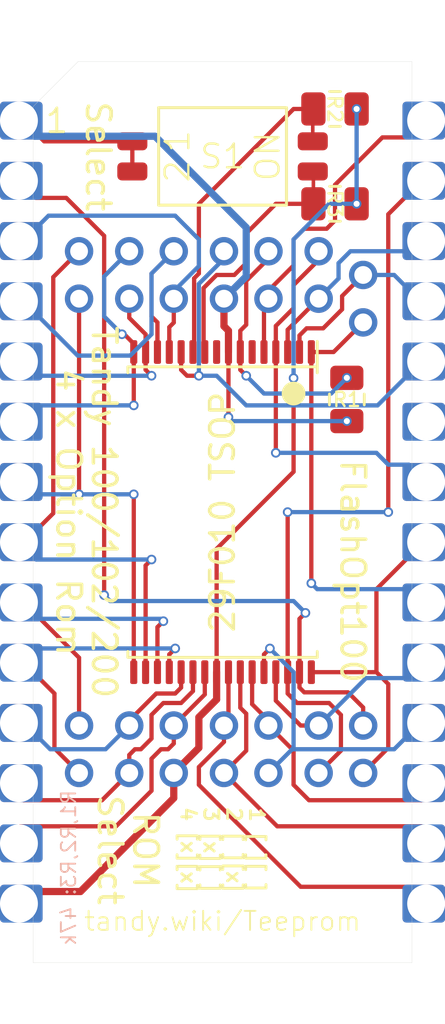
<source format=kicad_pcb>
(kicad_pcb (version 20171130) (host pcbnew 5.1.7-a382d34a8~87~ubuntu20.04.1)

  (general
    (thickness 1.6)
    (drawings 15)
    (tracks 317)
    (zones 0)
    (modules 8)
    (nets 31)
  )

  (page A4)
  (layers
    (0 Top signal)
    (31 Bottom signal)
    (32 B.Adhes user hide)
    (33 F.Adhes user hide)
    (34 B.Paste user hide)
    (35 F.Paste user hide)
    (36 B.SilkS user)
    (37 F.SilkS user)
    (38 B.Mask user)
    (39 F.Mask user)
    (40 Dwgs.User user)
    (41 Cmts.User user hide)
    (42 Eco1.User user hide)
    (43 Eco2.User user hide)
    (44 Edge.Cuts user)
    (45 Margin user hide)
    (46 B.CrtYd user hide)
    (47 F.CrtYd user hide)
    (48 B.Fab user hide)
    (49 F.Fab user hide)
  )

  (setup
    (last_trace_width 0.1524)
    (user_trace_width 0.18)
    (user_trace_width 0.2032)
    (user_trace_width 0.3048)
    (trace_clearance 0.1524)
    (zone_clearance 0.1524)
    (zone_45_only no)
    (trace_min 0.1524)
    (via_size 0.4064)
    (via_drill 0.254)
    (via_min_size 0.4064)
    (via_min_drill 0.254)
    (uvia_size 0.4064)
    (uvia_drill 0.254)
    (uvias_allowed no)
    (uvia_min_size 0.4064)
    (uvia_min_drill 0.254)
    (edge_width 0.01)
    (segment_width 0.2032)
    (pcb_text_width 0.254)
    (pcb_text_size 1.2192 1.2192)
    (mod_edge_width 0.1)
    (mod_text_size 0.4572 0.4572)
    (mod_text_width 0.0254)
    (pad_size 1.2 1.2)
    (pad_drill 0.75)
    (pad_to_mask_clearance 0)
    (aux_axis_origin 0 0)
    (grid_origin 147.2184 99.187)
    (visible_elements FFFFFF7F)
    (pcbplotparams
      (layerselection 0x010f0_ffffffff)
      (usegerberextensions false)
      (usegerberattributes false)
      (usegerberadvancedattributes false)
      (creategerberjobfile true)
      (excludeedgelayer true)
      (linewidth 0.100000)
      (plotframeref false)
      (viasonmask false)
      (mode 1)
      (useauxorigin false)
      (hpglpennumber 1)
      (hpglpenspeed 20)
      (hpglpendiameter 15.000000)
      (psnegative false)
      (psa4output false)
      (plotreference true)
      (plotvalue true)
      (plotinvisibletext false)
      (padsonsilk false)
      (subtractmaskfromsilk false)
      (outputformat 1)
      (mirror false)
      (drillshape 0)
      (scaleselection 1)
      (outputdirectory "Teeprom_GERBER"))
  )

  (net 0 "")
  (net 1 /D3)
  (net 2 /A10)
  (net 3 /D4)
  (net 4 /A7)
  (net 5 /D5)
  (net 6 /A6)
  (net 7 /D6)
  (net 8 /A5)
  (net 9 /D7)
  (net 10 /A4)
  (net 11 /A11)
  (net 12 /A3)
  (net 13 /~OE)
  (net 14 /A2)
  (net 15 /A13)
  (net 16 /A1)
  (net 17 /A0)
  (net 18 /A12)
  (net 19 /D0)
  (net 20 /A9)
  (net 21 /D1)
  (net 22 /A8)
  (net 23 /D2)
  (net 24 /~CE)
  (net 25 /A14)
  (net 26 /~WE)
  (net 27 VCC)
  (net 28 GND)
  (net 29 /A15)
  (net 30 /A16)

  (net_class Default "This is the default net class."
    (clearance 0.1524)
    (trace_width 0.1524)
    (via_dia 0.4064)
    (via_drill 0.254)
    (uvia_dia 0.4064)
    (uvia_drill 0.254)
    (diff_pair_width 0.1524)
    (diff_pair_gap 0.1524)
    (add_net /A0)
    (add_net /A1)
    (add_net /A10)
    (add_net /A11)
    (add_net /A12)
    (add_net /A13)
    (add_net /A14)
    (add_net /A15)
    (add_net /A16)
    (add_net /A2)
    (add_net /A3)
    (add_net /A4)
    (add_net /A5)
    (add_net /A6)
    (add_net /A7)
    (add_net /A8)
    (add_net /A9)
    (add_net /D0)
    (add_net /D1)
    (add_net /D2)
    (add_net /D3)
    (add_net /D4)
    (add_net /D5)
    (add_net /D6)
    (add_net /D7)
    (add_net /~CE)
    (add_net /~OE)
    (add_net /~WE)
    (add_net GND)
    (add_net VCC)
  )

  (module 000_LOCAL:SW_DS05-127-2-02BK-SMT-TR (layer Top) (tedit 5FA904DD) (tstamp 5F9307AB)
    (at 147.2184 84.187)
    (path /5F9E7F6D)
    (attr smd)
    (fp_text reference S1 (at 0 0) (layer F.SilkS)
      (effects (font (size 1 1) (thickness 0.1)))
    )
    (fp_text value 2xSPST (at 12.175 3.065) (layer F.Fab)
      (effects (font (size 1 1) (thickness 0.015)))
    )
    (fp_line (start -2.7 -2.055) (end 2.7 -2.055) (layer F.Fab) (width 0.127))
    (fp_line (start 2.7 -2.055) (end 2.7 2.055) (layer F.Fab) (width 0.127))
    (fp_line (start 2.7 2.055) (end -2.7 2.055) (layer F.Fab) (width 0.127))
    (fp_line (start -2.7 2.055) (end -2.7 -2.055) (layer F.Fab) (width 0.127))
    (fp_line (start -2.7 -2.055) (end 2.7 -2.055) (layer F.SilkS) (width 0.127))
    (fp_line (start 2.7 -2.055) (end 2.7 2.055) (layer F.SilkS) (width 0.127))
    (fp_line (start 2.7 2.055) (end -2.7 2.055) (layer F.SilkS) (width 0.127))
    (fp_line (start -2.7 2.055) (end -2.7 -2.055) (layer F.SilkS) (width 0.127))
    (fp_line (start -4.695 -2.305) (end -4.695 2.305) (layer F.CrtYd) (width 0.05))
    (fp_line (start -4.695 2.305) (end 4.695 2.305) (layer F.CrtYd) (width 0.05))
    (fp_line (start 4.695 2.305) (end 4.695 -2.305) (layer F.CrtYd) (width 0.05))
    (fp_line (start 4.695 -2.305) (end -4.695 -2.305) (layer F.CrtYd) (width 0.05))
    (fp_circle (center -2.1 -0.75) (end -2 -0.75) (layer F.Fab) (width 0.2))
    (fp_text user 2 (at -1.905 0.635 -90) (layer F.SilkS)
      (effects (font (size 1 1) (thickness 0.1)))
    )
    (fp_text user 1 (at -1.905 -0.635 -90) (layer F.SilkS)
      (effects (font (size 1 1) (thickness 0.1)))
    )
    (fp_text user ON (at 1.905 0 -90) (layer F.SilkS)
      (effects (font (size 1 1) (thickness 0.1)))
    )
    (pad 1B smd roundrect (at 3.81 -0.635) (size 1.27 0.76) (layers Top F.Paste F.Mask) (roundrect_rratio 0.25)
      (net 29 /A15))
    (pad 2B smd roundrect (at 3.81 0.635) (size 1.27 0.76) (layers Top F.Paste F.Mask) (roundrect_rratio 0.25)
      (net 30 /A16))
    (pad 2A smd roundrect (at -3.81 0.635) (size 1.27 0.76) (layers Top F.Paste F.Mask) (roundrect_rratio 0.25)
      (net 27 VCC))
    (pad 1A smd roundrect (at -3.81 -0.635) (size 1.27 0.76) (layers Top F.Paste F.Mask) (roundrect_rratio 0.25)
      (net 27 VCC))
    (model ${KIPRJMOD}/000_LOCAL.pretty/3d/CUI_DEVICES_DS05-127-2-02BK-SMT-TR.step
      (offset (xyz 9.66 1.1024 -1.5011))
      (scale (xyz 1 1 1))
      (rotate (xyz -90 0 180))
    )
  )

  (module 000_LOCAL:FlashOpt100_PRG_4x7_female_offset (layer Top) (tedit 5FA8E5A5) (tstamp 5F96E758)
    (at 147.2184 99.187 270)
    (descr "Through hole straight pin header, 2x07, 2.00mm pitch, double rows")
    (tags "Through hole pin header THT 2x07 2.00mm double row")
    (path /5FAC773B)
    (fp_text reference J2 (at 0 6.06 270 unlocked) (layer F.SilkS) hide
      (effects (font (size 1 1) (thickness 0.15)))
    )
    (fp_text value FlashOpt100_PRG_4x7 (at 0 8 90) (layer F.Fab)
      (effects (font (size 1 1) (thickness 0.15)))
    )
    (fp_text user %R (at 0 6.06 90) (layer F.Fab)
      (effects (font (size 1 1) (thickness 0.15)))
    )
    (pad 21 thru_hole circle (at 9 -0.06 270) (size 1.2 1.2) (drill 0.75) (layers *.Cu *.Mask)
      (net 1 /D3))
    (pad 28 thru_hole circle (at 11 -5.94 270) (size 1.2 1.2) (drill 0.75) (layers *.Cu *.Mask)
      (net 13 /~OE))
    (pad 25 thru_hole circle (at 9 -4.06 270) (size 1.2 1.2) (drill 0.75) (layers *.Cu *.Mask)
      (net 9 /D7))
    (pad 26 thru_hole circle (at 11 -4.06 270) (size 1.2 1.2) (drill 0.75) (layers *.Cu *.Mask)
      (net 24 /~CE))
    (pad 23 thru_hole circle (at 9 -1.94 270) (size 1.2 1.2) (drill 0.75) (layers *.Cu *.Mask)
      (net 5 /D5))
    (pad 24 thru_hole circle (at 11 -1.94 270) (size 1.2 1.2) (drill 0.75) (layers *.Cu *.Mask)
      (net 7 /D6))
    (pad 15 thru_hole circle (at 9 6.06 270) (size 1.2 1.2) (drill 0.75) (layers *.Cu *.Mask)
      (net 16 /A1))
    (pad 22 thru_hole circle (at 11 -0.06 270) (size 1.2 1.2) (drill 0.75) (layers *.Cu *.Mask)
      (net 3 /D4))
    (pad 16 thru_hole circle (at 11 6.06 270) (size 1.2 1.2) (drill 0.75) (layers *.Cu *.Mask)
      (net 17 /A0))
    (pad 27 thru_hole circle (at 9 -5.94 270) (size 1.2 1.2) (drill 0.75) (layers *.Cu *.Mask)
      (net 2 /A10))
    (pad 19 thru_hole circle (at 9 2.06 270) (size 1.2 1.2) (drill 0.75) (layers *.Cu *.Mask)
      (net 23 /D2))
    (pad 20 thru_hole circle (at 11 2.06 270) (size 1.2 1.2) (drill 0.75) (layers *.Cu *.Mask)
      (net 28 GND))
    (pad 17 thru_hole circle (at 9 3.94 270) (size 1.2 1.2) (drill 0.75) (layers *.Cu *.Mask)
      (net 19 /D0))
    (pad 18 thru_hole circle (at 11 3.94 270) (size 1.2 1.2) (drill 0.75) (layers *.Cu *.Mask)
      (net 21 /D1))
    (pad 13 thru_hole circle (at -9 6.06 270) (size 1.2 1.2) (drill 0.75) (layers *.Cu *.Mask)
      (net 12 /A3))
    (pad 14 thru_hole circle (at -11 6.06 270) (size 1.2 1.2) (drill 0.75) (layers *.Cu *.Mask)
      (net 14 /A2))
    (pad 11 thru_hole circle (at -9 3.94 270) (size 1.2 1.2) (drill 0.75) (layers *.Cu *.Mask)
      (net 8 /A5))
    (pad 12 thru_hole circle (at -11 3.94 270) (size 1.2 1.2) (drill 0.75) (layers *.Cu *.Mask)
      (net 10 /A4))
    (pad 9 thru_hole circle (at -9 2.06 270) (size 1.2 1.2) (drill 0.75) (layers *.Cu *.Mask)
      (net 4 /A7))
    (pad 10 thru_hole circle (at -11 2.06 270) (size 1.2 1.2) (drill 0.75) (layers *.Cu *.Mask)
      (net 6 /A6))
    (pad 7 thru_hole circle (at -9 -0.06 270) (size 1.2 1.2) (drill 0.75) (layers *.Cu *.Mask)
      (net 27 VCC))
    (pad 8 thru_hole circle (at -11 -0.06 270) (size 1.2 1.2) (drill 0.75) (layers *.Cu *.Mask)
      (net 18 /A12))
    (pad 5 thru_hole circle (at -9 -1.94 270) (size 1.2 1.2) (drill 0.75) (layers *.Cu *.Mask)
      (net 25 /A14))
    (pad 6 thru_hole circle (at -11 -1.94 270) (size 1.2 1.2) (drill 0.75) (layers *.Cu *.Mask)
      (net 26 /~WE))
    (pad 3 thru_hole circle (at -9 -4.06 270) (size 1.2 1.2) (drill 0.75) (layers *.Cu *.Mask)
      (net 22 /A8))
    (pad 4 thru_hole circle (at -11 -4.06 270) (size 1.2 1.2) (drill 0.75) (layers *.Cu *.Mask)
      (net 15 /A13))
    (pad 1 thru_hole circle (at -8 -5.94 270) (size 1.2 1.2) (drill 0.75) (layers *.Cu *.Mask)
      (net 11 /A11))
    (pad 2 thru_hole circle (at -10 -5.94 270) (size 1.2 1.2) (drill 0.75) (layers *.Cu *.Mask)
      (net 20 /A9))
    (model ${KIPRJMOD}/000_LOCAL.pretty/3d/PinHeader_2x07_P2.00mm_Vertical.step
      (offset (xyz 9 6 0))
      (scale (xyz 1 1 1))
      (rotate (xyz 0 0 0))
    )
    (model ${KIPRJMOD}/000_LOCAL.pretty/3d/PinHeader_2x06_P2.00mm_Vertical.step
      (offset (xyz -11 4 0))
      (scale (xyz 1 1 1))
      (rotate (xyz 0 0 0))
    )
    (model ${KIPRJMOD}/000_LOCAL.pretty/3d/PinHeader_2x01_P2.00mm_Vertical.step
      (offset (xyz -10 6 0))
      (scale (xyz 1 1 1))
      (rotate (xyz 0 0 0))
    )
  )

  (module 000_LOCAL:TSOP32-14mm (layer Top) (tedit 5F926D8B) (tstamp 5FAAC888)
    (at 147.2184 99.187 180)
    (descr "Module CMS TSOP 32 pins")
    (tags "CMS TSOP")
    (path /5D231C6F)
    (attr smd)
    (fp_text reference U1 (at -2.2352 0 270) (layer F.SilkS) hide
      (effects (font (size 1 1) (thickness 0.15)))
    )
    (fp_text value "29F010 TSOP" (at 0 0 -90) (layer F.SilkS)
      (effects (font (size 1 1) (thickness 0.15)))
    )
    (fp_circle (center -3 5) (end -2.75 5) (layer F.SilkS) (width 0.5))
    (fp_line (start -4 6.125) (end 4 6.125) (layer F.SilkS) (width 0.12))
    (fp_line (start 4 -6.125) (end -4 -6.125) (layer F.SilkS) (width 0.12))
    (fp_line (start -4 7.2) (end -4 5.875) (layer F.SilkS) (width 0.12))
    (fp_line (start 4 6.125) (end 4 5.875) (layer F.SilkS) (width 0.12))
    (fp_line (start -4 -6.125) (end -4 -5.875) (layer F.SilkS) (width 0.12))
    (fp_line (start 4 -6.125) (end 4 -5.875) (layer F.SilkS) (width 0.12))
    (pad 1 smd roundrect (at -3.75 6.75 180) (size 0.3 1) (layers Top F.Paste F.Mask) (roundrect_rratio 0.25)
      (net 11 /A11))
    (pad 2 smd roundrect (at -3.25 6.75 180) (size 0.3 1) (layers Top F.Paste F.Mask) (roundrect_rratio 0.25)
      (net 20 /A9))
    (pad 3 smd roundrect (at -2.75 6.75 180) (size 0.3 1) (layers Top F.Paste F.Mask) (roundrect_rratio 0.25)
      (net 22 /A8))
    (pad 4 smd roundrect (at -2.25 6.75 180) (size 0.3 1) (layers Top F.Paste F.Mask) (roundrect_rratio 0.25)
      (net 15 /A13))
    (pad 5 smd roundrect (at -1.75 6.75 180) (size 0.3 1) (layers Top F.Paste F.Mask) (roundrect_rratio 0.25)
      (net 25 /A14))
    (pad 6 smd roundrect (at -1.25 6.75 180) (size 0.3 1) (layers Top F.Paste F.Mask) (roundrect_rratio 0.25))
    (pad 7 smd roundrect (at -0.75 6.75 180) (size 0.3 1) (layers Top F.Paste F.Mask) (roundrect_rratio 0.25)
      (net 26 /~WE))
    (pad 8 smd roundrect (at -0.25 6.75 180) (size 0.3 1) (layers Top F.Paste F.Mask) (roundrect_rratio 0.25)
      (net 27 VCC))
    (pad 9 smd roundrect (at 0.25 6.75 180) (size 0.3 1) (layers Top F.Paste F.Mask) (roundrect_rratio 0.25))
    (pad 10 smd roundrect (at 0.75 6.75 180) (size 0.3 1) (layers Top F.Paste F.Mask) (roundrect_rratio 0.25)
      (net 30 /A16))
    (pad 11 smd roundrect (at 1.25 6.75 180) (size 0.3 1) (layers Top F.Paste F.Mask) (roundrect_rratio 0.25)
      (net 29 /A15))
    (pad 12 smd roundrect (at 1.75 6.75 180) (size 0.3 1) (layers Top F.Paste F.Mask) (roundrect_rratio 0.25)
      (net 18 /A12))
    (pad 13 smd roundrect (at 2.25 6.75 180) (size 0.3 1) (layers Top F.Paste F.Mask) (roundrect_rratio 0.25)
      (net 4 /A7))
    (pad 14 smd roundrect (at 2.75 6.75 180) (size 0.3 1) (layers Top F.Paste F.Mask) (roundrect_rratio 0.25)
      (net 6 /A6))
    (pad 15 smd roundrect (at 3.25 6.75 180) (size 0.3 1) (layers Top F.Paste F.Mask) (roundrect_rratio 0.25)
      (net 8 /A5))
    (pad 16 smd roundrect (at 3.75 6.75 180) (size 0.3 1) (layers Top F.Paste F.Mask) (roundrect_rratio 0.25)
      (net 10 /A4))
    (pad 17 smd roundrect (at 3.75 -6.75 180) (size 0.3 1) (layers Top F.Paste F.Mask) (roundrect_rratio 0.25)
      (net 12 /A3))
    (pad 18 smd roundrect (at 3.25 -6.75 180) (size 0.3 1) (layers Top F.Paste F.Mask) (roundrect_rratio 0.25)
      (net 14 /A2))
    (pad 19 smd roundrect (at 2.75 -6.75 180) (size 0.3 1) (layers Top F.Paste F.Mask) (roundrect_rratio 0.25)
      (net 16 /A1))
    (pad 20 smd roundrect (at 2.25 -6.75 180) (size 0.3 1) (layers Top F.Paste F.Mask) (roundrect_rratio 0.25)
      (net 17 /A0))
    (pad 21 smd roundrect (at 1.75 -6.75 180) (size 0.3 1) (layers Top F.Paste F.Mask) (roundrect_rratio 0.25)
      (net 19 /D0))
    (pad 22 smd roundrect (at 1.25 -6.75 180) (size 0.3 1) (layers Top F.Paste F.Mask) (roundrect_rratio 0.25)
      (net 21 /D1))
    (pad 23 smd roundrect (at 0.75 -6.75 180) (size 0.3 1) (layers Top F.Paste F.Mask) (roundrect_rratio 0.25)
      (net 23 /D2))
    (pad 24 smd roundrect (at 0.25 -6.75 180) (size 0.3 1) (layers Top F.Paste F.Mask) (roundrect_rratio 0.25)
      (net 28 GND))
    (pad 25 smd roundrect (at -0.25 -6.75 180) (size 0.3 1) (layers Top F.Paste F.Mask) (roundrect_rratio 0.25)
      (net 1 /D3))
    (pad 26 smd roundrect (at -0.75 -6.75 180) (size 0.3 1) (layers Top F.Paste F.Mask) (roundrect_rratio 0.25)
      (net 3 /D4))
    (pad 27 smd roundrect (at -1.25 -6.75 180) (size 0.3 1) (layers Top F.Paste F.Mask) (roundrect_rratio 0.25)
      (net 5 /D5))
    (pad 28 smd roundrect (at -1.75 -6.75 180) (size 0.3 1) (layers Top F.Paste F.Mask) (roundrect_rratio 0.25)
      (net 7 /D6))
    (pad 29 smd roundrect (at -2.25 -6.75 180) (size 0.3 1) (layers Top F.Paste F.Mask) (roundrect_rratio 0.25)
      (net 9 /D7))
    (pad 30 smd roundrect (at -2.75 -6.75 180) (size 0.3 1) (layers Top F.Paste F.Mask) (roundrect_rratio 0.25)
      (net 24 /~CE))
    (pad 31 smd roundrect (at -3.25 -6.75 180) (size 0.3 1) (layers Top F.Paste F.Mask) (roundrect_rratio 0.25)
      (net 2 /A10))
    (pad 32 smd roundrect (at -3.75 -6.75 180) (size 0.3 1) (layers Top F.Paste F.Mask) (roundrect_rratio 0.25)
      (net 13 /~OE))
    (model ${KIPRJMOD}/000_LOCAL.pretty/3d/TSOP32_8x14.step
      (at (xyz 0 0 0))
      (scale (xyz 1 1 1))
      (rotate (xyz 0 0 -90))
    )
  )

  (module 000_LOCAL:pcb2molex8878_chamfer (layer Top) (tedit 5F934572) (tstamp 5E64363E)
    (at 147.2184 99.187)
    (descr "Castellated edge contacts to fit Molex 8878 Socket")
    (solder_mask_margin -0.28)
    (attr virtual)
    (fp_text reference carrier? (at -1.5 0 -90) (layer Dwgs.User) hide
      (effects (font (size 1.2065 1.2065) (thickness 0.127)) (justify left bottom))
    )
    (fp_text value pcb2molex8878_chamfer (at 2.23 -9.45 -90) (layer F.Fab) hide
      (effects (font (size 1.2065 1.2065) (thickness 0.1016)) (justify left bottom))
    )
    (fp_line (start -8 -19) (end -8 -17.2) (layer Dwgs.User) (width 0.01))
    (fp_line (start -8 -19) (end -6.2 -19) (layer Dwgs.User) (width 0.01))
    (fp_line (start -6.2 -19) (end 8 -19) (layer Eco2.User) (width 0.01))
    (fp_line (start 8 -19) (end 8 19) (layer Eco2.User) (width 0.01))
    (fp_line (start 8 19) (end -8 19) (layer Eco2.User) (width 0.01))
    (fp_line (start -8 -17.2) (end -6.2 -19) (layer Eco2.User) (width 0.01))
    (fp_line (start -7.2 18.3) (end -7.2 -18.3) (layer Dwgs.User) (width 0.01))
    (fp_line (start -7.2 -18.3) (end 7.2 -18.3) (layer Dwgs.User) (width 0.01))
    (fp_line (start 7.2 -18.3) (end 7.2 18.3) (layer Dwgs.User) (width 0.01))
    (fp_line (start 7.2 18.3) (end -7.2 18.3) (layer Dwgs.User) (width 0.01))
    (fp_line (start -5 -19) (end -5 -18) (layer Dwgs.User) (width 0.01))
    (fp_line (start -5 -18) (end 5 -18) (layer Dwgs.User) (width 0.01))
    (fp_line (start 5 -18) (end 5 -19) (layer Dwgs.User) (width 0.01))
    (fp_line (start 5 -19) (end -5 -19) (layer Dwgs.User) (width 0.01))
    (fp_line (start -5 19) (end -5 18) (layer Dwgs.User) (width 0.01))
    (fp_line (start -5 18) (end 5 18) (layer Dwgs.User) (width 0.01))
    (fp_line (start 5 18) (end 5 19) (layer Dwgs.User) (width 0.01))
    (fp_line (start 5 19) (end -5 19) (layer Dwgs.User) (width 0.01))
    (fp_line (start -4.45 -18) (end -4.65 -17.8) (layer Dwgs.User) (width 0.01))
    (fp_line (start -4.65 -17.8) (end -4.45 -18) (layer Dwgs.User) (width 0.01))
    (fp_line (start -4.45 -18) (end -4.25 -17.8) (layer Dwgs.User) (width 0.01))
    (fp_line (start -8 19) (end -8 -17.2) (layer Eco2.User) (width 0.01))
    (fp_line (start -4.45 -18) (end -4.45 -17.4) (layer Dwgs.User) (width 0.01))
    (fp_line (start -4.45 -17.4) (end -3.62 -17.4) (layer Dwgs.User) (width 0.01))
    (fp_line (start -5.94 -18.3) (end -6.14 -18.1) (layer Dwgs.User) (width 0.01))
    (fp_line (start -6.14 -18.1) (end -5.94 -18.3) (layer Dwgs.User) (width 0.01))
    (fp_line (start -5.94 -18.3) (end -5.74 -18.1) (layer Dwgs.User) (width 0.01))
    (fp_line (start -5.94 -18.3) (end -5.94 -16.94) (layer Dwgs.User) (width 0.01))
    (fp_line (start -5.94 -16.94) (end -5.2 -16.94) (layer Dwgs.User) (width 0.01))
    (fp_text user "10.0 x 1.0 retainer wedges on top surface" (at -0.24 -17.41) (layer Dwgs.User)
      (effects (font (size 0.2 0.2) (thickness 0.01)))
    )
    (fp_text user "36.6 x 14.4 x 1.4 - backside pocket" (at -2.29 -16.93) (layer Dwgs.User)
      (effects (font (size 0.2 0.2) (thickness 0.01)))
    )
    (fp_text user "Eco2.User is Edge.Cuts for use with \"pcb2molex8878_chamfer\" carrier." (at -0.05 13.65) (layer Eco2.User)
      (effects (font (size 0.2 0.2) (thickness 0.01)))
    )
    (model ${KIPRJMOD}/000_LOCAL.pretty/3d/pcb2molex8878_chamfer.step
      (offset (xyz 0 0 -0.2))
      (scale (xyz 1 1 1))
      (rotate (xyz 0 0 90))
    )
  )

  (module 000_LOCAL:pcb2molex8878 (layer Top) (tedit 5F934421) (tstamp 5F96E8F2)
    (at 147.2184 99.187)
    (descr "Castellated edge contacts to fit Molex 8878 Socket")
    (path /5E6792DF)
    (solder_mask_margin -0.28)
    (attr virtual)
    (fp_text reference J1 (at -0.9906 -0.9906 -90) (layer Dwgs.User) hide
      (effects (font (size 1.2065 1.2065) (thickness 0.127)) (justify left bottom))
    )
    (fp_text value Tandy_100_102_200_option_rom (at 2.0701 -8.8773 -90) (layer F.Fab) hide
      (effects (font (size 1.2065 1.2065) (thickness 0.1016)) (justify left bottom))
    )
    (fp_line (start -0.762 -19.05) (end -0.762 -21.59) (layer Eco1.User) (width 0.01))
    (fp_line (start -0.762 -21.59) (end 0.762 -21.59) (layer Eco1.User) (width 0.01))
    (fp_line (start 0.762 -21.59) (end 0.762 -19.05) (layer Eco1.User) (width 0.01))
    (fp_line (start -4.5593 19.05) (end -4.5593 21.59) (layer Eco1.User) (width 0.01))
    (fp_line (start -4.5593 21.59) (end -3.0353 21.59) (layer Eco1.User) (width 0.01))
    (fp_line (start -3.0353 21.59) (end -3.0353 19.05) (layer Eco1.User) (width 0.01))
    (fp_line (start 4.5593 19.05) (end 4.5593 21.59) (layer Eco1.User) (width 0.01))
    (fp_line (start 4.5593 21.59) (end 3.0353 21.59) (layer Eco1.User) (width 0.01))
    (fp_line (start 3.0353 21.59) (end 3.0353 19.05) (layer Eco1.User) (width 0.01))
    (fp_line (start 3.0353 19.05) (end -3.0353 19.05) (layer Eco1.User) (width 0.01))
    (fp_line (start -8.1 19.05) (end -8.1 -19.05) (layer Eco1.User) (width 0.01))
    (fp_line (start 8.1 19.05) (end 8.1 -19.05) (layer Eco1.User) (width 0.01))
    (fp_line (start -8.1 -19.05) (end -0.762 -19.05) (layer Eco1.User) (width 0.01))
    (fp_line (start 0.762 -19.05) (end 8.1 -19.05) (layer Eco1.User) (width 0.01))
    (fp_line (start -8.1 19.05) (end -4.5593 19.05) (layer Eco1.User) (width 0.01))
    (fp_line (start 4.5593 19.05) (end 8.1 19.05) (layer Eco1.User) (width 0.01))
    (fp_arc (start -5.4229 19.9136) (end -4.5593 19.9136) (angle -90) (layer Eco1.User) (width 0.00508))
    (fp_arc (start -2.1717 19.9136) (end -2.1717 19.05) (angle -90) (layer Eco1.User) (width 0.00508))
    (fp_arc (start 5.4229 19.9136) (end 5.4229 19.05) (angle -90) (layer Eco1.User) (width 0.00508))
    (fp_arc (start 2.1717 19.9136) (end 3.0353 19.9136) (angle -90) (layer Eco1.User) (width 0.00508))
    (fp_arc (start -1.6256 -19.9136) (end -1.6256 -19.05) (angle -90) (layer Eco1.User) (width 0.00508))
    (fp_arc (start 1.6256 -19.9136) (end 0.762 -19.9136) (angle -90) (layer Eco1.User) (width 0.00508))
    (fp_text user "Eco1.User is Edge.Cuts for use without carrier." (at -0.0298 12.25) (layer Eco1.User)
      (effects (font (size 0.2 0.2) (thickness 0.01)))
    )
    (pad 28 thru_hole roundrect (at 8.6 -16.51 180) (size 1.8 1.6) (drill 1.6 (offset 0.1 0)) (layers *.Cu *.Mask) (roundrect_rratio 0.1)
      (net 25 /A14) (solder_mask_margin -0.19))
    (pad 14 thru_hole roundrect (at -8.6 16.51) (size 1.8 1.6) (drill 1.6 (offset 0.1 0)) (layers *.Cu *.Mask) (roundrect_rratio 0.1)
      (net 28 GND) (solder_mask_margin -0.19))
    (pad 27 thru_hole roundrect (at 8.6 -13.97 180) (size 1.8 1.6) (drill 1.6 (offset 0.1 0)) (layers *.Cu *.Mask) (roundrect_rratio 0.1)
      (net 24 /~CE) (solder_mask_margin -0.19))
    (pad 13 thru_hole roundrect (at -8.6 13.97) (size 1.8 1.6) (drill 1.6 (offset 0.1 0)) (layers *.Cu *.Mask) (roundrect_rratio 0.1)
      (net 23 /D2) (solder_mask_margin -0.19))
    (pad 26 thru_hole roundrect (at 8.6 -11.43 180) (size 1.8 1.6) (drill 1.6 (offset 0.1 0)) (layers *.Cu *.Mask) (roundrect_rratio 0.1)
      (net 22 /A8) (solder_mask_margin -0.19))
    (pad 12 thru_hole roundrect (at -8.6 11.43) (size 1.8 1.6) (drill 1.6 (offset 0.1 0)) (layers *.Cu *.Mask) (roundrect_rratio 0.1)
      (net 21 /D1) (solder_mask_margin -0.19))
    (pad 25 thru_hole roundrect (at 8.6 -8.89 180) (size 1.8 1.6) (drill 1.6 (offset 0.1 0)) (layers *.Cu *.Mask) (roundrect_rratio 0.1)
      (net 20 /A9) (solder_mask_margin -0.19))
    (pad 11 thru_hole roundrect (at -8.6 8.89) (size 1.8 1.6) (drill 1.6 (offset 0.1 0)) (layers *.Cu *.Mask) (roundrect_rratio 0.1)
      (net 19 /D0) (solder_mask_margin -0.19))
    (pad 24 thru_hole roundrect (at 8.6 -6.35 180) (size 1.8 1.6) (drill 1.6 (offset 0.1 0)) (layers *.Cu *.Mask) (roundrect_rratio 0.1)
      (net 18 /A12) (solder_mask_margin -0.19))
    (pad 10 thru_hole roundrect (at -8.6 6.35) (size 1.8 1.6) (drill 1.6 (offset 0.1 0)) (layers *.Cu *.Mask) (roundrect_rratio 0.1)
      (net 17 /A0) (solder_mask_margin -0.19))
    (pad 23 thru_hole roundrect (at 8.6 -3.81 180) (size 1.8 1.6) (drill 1.6 (offset 0.1 0)) (layers *.Cu *.Mask) (roundrect_rratio 0.1)
      (solder_mask_margin -0.19))
    (pad 9 thru_hole roundrect (at -8.6 3.81) (size 1.8 1.6) (drill 1.6 (offset 0.1 0)) (layers *.Cu *.Mask) (roundrect_rratio 0.1)
      (net 16 /A1) (solder_mask_margin -0.19))
    (pad 22 thru_hole roundrect (at 8.6 -1.27 180) (size 1.8 1.6) (drill 1.6 (offset 0.1 0)) (layers *.Cu *.Mask) (roundrect_rratio 0.1)
      (net 15 /A13) (solder_mask_margin -0.19))
    (pad 8 thru_hole roundrect (at -8.6 1.27) (size 1.8 1.6) (drill 1.6 (offset 0.1 0)) (layers *.Cu *.Mask) (roundrect_rratio 0.1)
      (net 14 /A2) (solder_mask_margin -0.19))
    (pad 21 thru_hole roundrect (at 8.6 1.27 180) (size 1.8 1.6) (drill 1.6 (offset 0.1 0)) (layers *.Cu *.Mask) (roundrect_rratio 0.1)
      (net 13 /~OE) (solder_mask_margin -0.19))
    (pad 7 thru_hole roundrect (at -8.6 -1.27) (size 1.8 1.6) (drill 1.6 (offset 0.1 0)) (layers *.Cu *.Mask) (roundrect_rratio 0.1)
      (net 12 /A3) (solder_mask_margin -0.19))
    (pad 20 thru_hole roundrect (at 8.6 3.81 180) (size 1.8 1.6) (drill 1.6 (offset 0.1 0)) (layers *.Cu *.Mask) (roundrect_rratio 0.1)
      (net 11 /A11) (solder_mask_margin -0.19))
    (pad 6 thru_hole roundrect (at -8.6 -3.81) (size 1.8 1.6) (drill 1.6 (offset 0.1 0)) (layers *.Cu *.Mask) (roundrect_rratio 0.1)
      (net 10 /A4) (solder_mask_margin -0.19))
    (pad 19 thru_hole roundrect (at 8.6 6.35 180) (size 1.8 1.6) (drill 1.6 (offset 0.1 0)) (layers *.Cu *.Mask) (roundrect_rratio 0.1)
      (net 9 /D7) (solder_mask_margin -0.19))
    (pad 5 thru_hole roundrect (at -8.6 -6.35) (size 1.8 1.6) (drill 1.6 (offset 0.1 0)) (layers *.Cu *.Mask) (roundrect_rratio 0.1)
      (net 8 /A5) (solder_mask_margin -0.19))
    (pad 18 thru_hole roundrect (at 8.6 8.89 180) (size 1.8 1.6) (drill 1.6 (offset 0.1 0)) (layers *.Cu *.Mask) (roundrect_rratio 0.1)
      (net 7 /D6) (solder_mask_margin -0.19))
    (pad 4 thru_hole roundrect (at -8.6 -8.89) (size 1.8 1.6) (drill 1.6 (offset 0.1 0)) (layers *.Cu *.Mask) (roundrect_rratio 0.1)
      (net 6 /A6) (solder_mask_margin -0.19))
    (pad 17 thru_hole roundrect (at 8.6 11.43 180) (size 1.8 1.6) (drill 1.6 (offset 0.1 0)) (layers *.Cu *.Mask) (roundrect_rratio 0.1)
      (net 5 /D5) (solder_mask_margin -0.19))
    (pad 3 thru_hole roundrect (at -8.6 -11.43) (size 1.8 1.6) (drill 1.6 (offset 0.1 0)) (layers *.Cu *.Mask) (roundrect_rratio 0.1)
      (net 4 /A7) (solder_mask_margin -0.19))
    (pad 16 thru_hole roundrect (at 8.6 13.97 180) (size 1.8 1.6) (drill 1.6 (offset 0.1 0)) (layers *.Cu *.Mask) (roundrect_rratio 0.1)
      (net 3 /D4) (solder_mask_margin -0.19))
    (pad 2 thru_hole roundrect (at -8.6 -13.97) (size 1.8 1.6) (drill 1.6 (offset 0.1 0)) (layers *.Cu *.Mask) (roundrect_rratio 0.1)
      (net 2 /A10) (solder_mask_margin -0.19))
    (pad 15 thru_hole roundrect (at 8.6 16.51 180) (size 1.8 1.6) (drill 1.6 (offset 0.1 0)) (layers *.Cu *.Mask) (roundrect_rratio 0.1)
      (net 1 /D3) (solder_mask_margin -0.19))
    (pad 1 thru_hole roundrect (at -8.6 -16.51) (size 1.8 1.6) (drill 1.6 (offset 0.1 0)) (layers *.Cu *.Mask) (roundrect_rratio 0.1)
      (net 27 VCC) (solder_mask_margin -0.19))
    (model ${KIPRJMOD}/000_LOCAL.pretty/3d/pcb2molex8878_chamfer.step_x
      (offset (xyz 0 0 -0.23))
      (scale (xyz 1 1 1))
      (rotate (xyz 0 0 90))
    )
  )

  (module 000_LOCAL:R_0805_2012Metric (layer Top) (tedit 5FA8AD18) (tstamp 5F92F7E1)
    (at 151.9684 86.187 180)
    (descr "Resistor SMD 0805 (2012 Metric), square (rectangular) end terminal, IPC_7351 nominal, (Body size source: IPC-SM-782 page 72, https://www.pcb-3d.com/wordpress/wp-content/uploads/ipc-sm-782a_amendment_1_and_2.pdf), generated with kicad-footprint-generator")
    (tags resistor)
    (path /5F9C7161)
    (attr smd)
    (fp_text reference R3 (at 0 0 -90 unlocked) (layer F.SilkS)
      (effects (font (size 0.6 0.6) (thickness 0.1)))
    )
    (fp_text value 47k (at 0 1.65) (layer F.Fab)
      (effects (font (size 1 1) (thickness 0.15)))
    )
    (fp_line (start -1 0.625) (end -1 -0.625) (layer F.Fab) (width 0.1))
    (fp_line (start -1 -0.625) (end 1 -0.625) (layer F.Fab) (width 0.1))
    (fp_line (start 1 -0.625) (end 1 0.625) (layer F.Fab) (width 0.1))
    (fp_line (start 1 0.625) (end -1 0.625) (layer F.Fab) (width 0.1))
    (fp_line (start -0.227064 -0.735) (end 0.227064 -0.735) (layer F.SilkS) (width 0.12))
    (fp_line (start -0.227064 0.735) (end 0.227064 0.735) (layer F.SilkS) (width 0.12))
    (fp_line (start -1.68 0.95) (end -1.68 -0.95) (layer F.CrtYd) (width 0.05))
    (fp_line (start -1.68 -0.95) (end 1.68 -0.95) (layer F.CrtYd) (width 0.05))
    (fp_line (start 1.68 -0.95) (end 1.68 0.95) (layer F.CrtYd) (width 0.05))
    (fp_line (start 1.68 0.95) (end -1.68 0.95) (layer F.CrtYd) (width 0.05))
    (fp_text user %R (at 0 0) (layer F.Fab)
      (effects (font (size 0.5 0.5) (thickness 0.08)))
    )
    (pad 2 smd roundrect (at 0.9125 0 180) (size 1.025 1.4) (layers Top F.Paste F.Mask) (roundrect_rratio 0.2)
      (net 30 /A16))
    (pad 1 smd roundrect (at -0.9125 0 180) (size 1.025 1.4) (layers Top F.Paste F.Mask) (roundrect_rratio 0.2)
      (net 28 GND))
    (model ${KIPRJMOD}/000_LOCAL.pretty/3d/R_0805_2012Metric.step
      (at (xyz 0 0 0))
      (scale (xyz 1 1 1))
      (rotate (xyz 0 0 0))
    )
  )

  (module 000_LOCAL:R_0805_2012Metric (layer Top) (tedit 5FA8AE89) (tstamp 5F92F7D0)
    (at 151.9684 82.187 180)
    (descr "Resistor SMD 0805 (2012 Metric), square (rectangular) end terminal, IPC_7351 nominal, (Body size source: IPC-SM-782 page 72, https://www.pcb-3d.com/wordpress/wp-content/uploads/ipc-sm-782a_amendment_1_and_2.pdf), generated with kicad-footprint-generator")
    (tags resistor)
    (path /5F9C1754)
    (attr smd)
    (fp_text reference R2 (at 0 0 -90 unlocked) (layer F.SilkS)
      (effects (font (size 0.6 0.6) (thickness 0.1)))
    )
    (fp_text value 47k (at 0 1.65) (layer F.Fab)
      (effects (font (size 1 1) (thickness 0.15)))
    )
    (fp_line (start -1 0.625) (end -1 -0.625) (layer F.Fab) (width 0.1))
    (fp_line (start -1 -0.625) (end 1 -0.625) (layer F.Fab) (width 0.1))
    (fp_line (start 1 -0.625) (end 1 0.625) (layer F.Fab) (width 0.1))
    (fp_line (start 1 0.625) (end -1 0.625) (layer F.Fab) (width 0.1))
    (fp_line (start -0.227064 -0.735) (end 0.227064 -0.735) (layer F.SilkS) (width 0.12))
    (fp_line (start -0.227064 0.735) (end 0.227064 0.735) (layer F.SilkS) (width 0.12))
    (fp_line (start -1.68 0.95) (end -1.68 -0.95) (layer F.CrtYd) (width 0.05))
    (fp_line (start -1.68 -0.95) (end 1.68 -0.95) (layer F.CrtYd) (width 0.05))
    (fp_line (start 1.68 -0.95) (end 1.68 0.95) (layer F.CrtYd) (width 0.05))
    (fp_line (start 1.68 0.95) (end -1.68 0.95) (layer F.CrtYd) (width 0.05))
    (fp_text user %R (at 0 0) (layer F.Fab)
      (effects (font (size 0.5 0.5) (thickness 0.08)))
    )
    (pad 2 smd roundrect (at 0.9125 0 180) (size 1.025 1.4) (layers Top F.Paste F.Mask) (roundrect_rratio 0.2)
      (net 29 /A15))
    (pad 1 smd roundrect (at -0.9125 0 180) (size 1.025 1.4) (layers Top F.Paste F.Mask) (roundrect_rratio 0.2)
      (net 28 GND))
    (model ${KIPRJMOD}/000_LOCAL.pretty/3d/R_0805_2012Metric.step
      (at (xyz 0 0 0))
      (scale (xyz 1 1 1))
      (rotate (xyz 0 0 0))
    )
  )

  (module 000_LOCAL:R_0805_2012Metric (layer Top) (tedit 5F92312E) (tstamp 5D22C129)
    (at 152.4684 94.437 90)
    (descr "Resistor SMD 0805 (2012 Metric), square (rectangular) end terminal, IPC_7351 nominal, (Body size source: IPC-SM-782 page 72, https://www.pcb-3d.com/wordpress/wp-content/uploads/ipc-sm-782a_amendment_1_and_2.pdf), generated with kicad-footprint-generator")
    (tags resistor)
    (path /5D2BF7AB)
    (attr smd)
    (fp_text reference R1 (at 0 0 unlocked) (layer F.SilkS)
      (effects (font (size 0.6 0.6) (thickness 0.1)))
    )
    (fp_text value 47k (at 0 1.65 90) (layer F.Fab)
      (effects (font (size 1 1) (thickness 0.15)))
    )
    (fp_line (start -1 0.625) (end -1 -0.625) (layer F.Fab) (width 0.1))
    (fp_line (start -1 -0.625) (end 1 -0.625) (layer F.Fab) (width 0.1))
    (fp_line (start 1 -0.625) (end 1 0.625) (layer F.Fab) (width 0.1))
    (fp_line (start 1 0.625) (end -1 0.625) (layer F.Fab) (width 0.1))
    (fp_line (start -0.227064 -0.735) (end 0.227064 -0.735) (layer F.SilkS) (width 0.12))
    (fp_line (start -0.227064 0.735) (end 0.227064 0.735) (layer F.SilkS) (width 0.12))
    (fp_line (start -1.68 0.95) (end -1.68 -0.95) (layer F.CrtYd) (width 0.05))
    (fp_line (start -1.68 -0.95) (end 1.68 -0.95) (layer F.CrtYd) (width 0.05))
    (fp_line (start 1.68 -0.95) (end 1.68 0.95) (layer F.CrtYd) (width 0.05))
    (fp_line (start 1.68 0.95) (end -1.68 0.95) (layer F.CrtYd) (width 0.05))
    (fp_text user %R (at 0 0 90) (layer F.Fab)
      (effects (font (size 0.5 0.5) (thickness 0.08)))
    )
    (pad 2 smd roundrect (at 0.9125 0 90) (size 1.025 1.4) (layers Top F.Paste F.Mask) (roundrect_rratio 0.2)
      (net 26 /~WE))
    (pad 1 smd roundrect (at -0.9125 0 90) (size 1.025 1.4) (layers Top F.Paste F.Mask) (roundrect_rratio 0.2)
      (net 27 VCC))
    (model ${KIPRJMOD}/000_LOCAL.pretty/3d/R_0805_2012Metric.step
      (at (xyz 0 0 0))
      (scale (xyz 1 1 1))
      (rotate (xyz 0 0 0))
    )
  )

  (gr_text 1 (at 140.2184 82.687) (layer F.SilkS)
    (effects (font (size 1 1) (thickness 0.12)))
  )
  (gr_text FlashOpt100 (at 152.7184 101.687 -90) (layer F.SilkS) (tstamp 5F9345A6)
    (effects (font (size 1 1) (thickness 0.15)))
  )
  (gr_text ROM (at 143.9684 113.437 -90) (layer F.SilkS) (tstamp 5F97B700)
    (effects (font (size 1 1) (thickness 0.15)))
  )
  (gr_text Select (at 142.4684 113.437 -90) (layer F.SilkS) (tstamp 5F969C9C)
    (effects (font (size 1 1) (thickness 0.15)))
  )
  (gr_text Select (at 141.9684 84.187 -90) (layer F.SilkS) (tstamp 5F969506)
    (effects (font (size 1 1) (thickness 0.15)))
  )
  (gr_text "1 [ ][ ]\n2 [ ][x]\n3 [x][ ]\n4 [x][x]" (at 147.2184 113.437 -90) (layer F.SilkS)
    (effects (font (size 0.6 0.6) (thickness 0.12)))
  )
  (gr_text "4 x Option Rom" (at 140.7184 99.187 -90) (layer F.SilkS) (tstamp 5F9686FF)
    (effects (font (size 1 1) (thickness 0.15)))
  )
  (gr_line (start 141.1184 80.187) (end 155.2184 80.187) (layer Edge.Cuts) (width 0.01))
  (gr_line (start 155.2184 118.187) (end 139.2184 118.187) (layer Edge.Cuts) (width 0.01) (tstamp 5D75CF96))
  (gr_line (start 155.2184 80.187) (end 155.2184 118.187) (layer Edge.Cuts) (width 0.01))
  (gr_line (start 139.2184 82.087) (end 141.1184 80.187) (layer Edge.Cuts) (width 0.01) (tstamp 5F9296A7))
  (gr_line (start 139.2184 118.187) (end 139.2184 82.087) (layer Edge.Cuts) (width 0.01))
  (gr_text tandy.wiki/Teeprom (at 147.2184 116.437) (layer F.SilkS)
    (effects (font (size 0.8 0.8) (thickness 0.08)))
  )
  (gr_text "Tandy 100/102/200" (at 142.2184 99.187 -90) (layer F.SilkS)
    (effects (font (size 1 1) (thickness 0.15)))
  )
  (gr_text "R1,R2,R3: 47k" (at 140.7184 114.187 -270) (layer B.SilkS)
    (effects (font (size 0.6096 0.6096) (thickness 0.0762)) (justify mirror))
  )

  (segment (start 147.2784 108.877) (end 147.2784 108.187) (width 0.18) (layer Top) (net 1))
  (segment (start 146.2184 109.937) (end 147.2784 108.877) (width 0.18) (layer Top) (net 1))
  (segment (start 146.2184 110.687) (end 146.2184 109.937) (width 0.18) (layer Top) (net 1))
  (segment (start 150.5184 114.987) (end 146.2184 110.687) (width 0.18) (layer Top) (net 1))
  (segment (start 155.5184 114.987) (end 150.5184 114.987) (width 0.18) (layer Top) (net 1))
  (segment (start 155.8184 115.287) (end 155.5184 114.987) (width 0.18) (layer Top) (net 1))
  (segment (start 155.8184 115.697) (end 155.8184 115.287) (width 0.18) (layer Top) (net 1))
  (segment (start 147.4684 107.997) (end 147.2784 108.187) (width 0.18) (layer Top) (net 1))
  (segment (start 147.4684 105.937) (end 147.4684 107.997) (width 0.18) (layer Top) (net 1))
  (segment (start 139.3384 85.937) (end 138.6184 85.217) (width 0.18) (layer Top) (net 2))
  (segment (start 140.6184 85.937) (end 139.3384 85.937) (width 0.18) (layer Top) (net 2))
  (segment (start 142.2184 87.537) (end 140.6184 85.937) (width 0.18) (layer Top) (net 2))
  (segment (start 142.2184 102.687) (end 142.2184 87.537) (width 0.18) (layer Top) (net 2))
  (via (at 142.2184 102.687) (size 0.4064) (drill 0.254) (layers Top Bottom) (net 2))
  (segment (start 142.4684 102.937) (end 142.2184 102.687) (width 0.18) (layer Bottom) (net 2))
  (segment (start 150.2184 102.937) (end 142.4684 102.937) (width 0.18) (layer Bottom) (net 2))
  (segment (start 150.7184 103.437) (end 150.2184 102.937) (width 0.18) (layer Bottom) (net 2))
  (segment (start 150.4684 103.687) (end 150.4684 105.937) (width 0.18) (layer Top) (net 2))
  (segment (start 150.7184 103.437) (end 150.4684 103.687) (width 0.18) (layer Top) (net 2))
  (via (at 150.7184 103.437) (size 0.4064) (drill 0.254) (layers Top Bottom) (net 2))
  (segment (start 152.5184 106.787) (end 153.1584 107.427) (width 0.18) (layer Top) (net 2))
  (segment (start 150.6684 106.787) (end 152.5184 106.787) (width 0.18) (layer Top) (net 2))
  (segment (start 150.4684 106.587) (end 150.6684 106.787) (width 0.18) (layer Top) (net 2))
  (segment (start 153.1584 107.427) (end 153.1584 108.187) (width 0.18) (layer Top) (net 2))
  (segment (start 150.4684 105.937) (end 150.4684 106.587) (width 0.18) (layer Top) (net 2))
  (segment (start 155.8184 113.157) (end 155.0984 112.437) (width 0.18) (layer Bottom) (net 3))
  (segment (start 149.5284 112.437) (end 147.2784 110.187) (width 0.18) (layer Top) (net 3))
  (segment (start 155.6184 112.437) (end 149.5284 112.437) (width 0.18) (layer Top) (net 3))
  (segment (start 155.8184 112.637) (end 155.6184 112.437) (width 0.18) (layer Top) (net 3))
  (segment (start 155.8184 113.157) (end 155.8184 112.637) (width 0.18) (layer Top) (net 3))
  (segment (start 147.9684 107.437) (end 147.9684 105.937) (width 0.18) (layer Top) (net 3))
  (segment (start 148.2184 107.687) (end 147.9684 107.437) (width 0.18) (layer Top) (net 3))
  (segment (start 148.2184 109.247) (end 148.2184 107.687) (width 0.18) (layer Top) (net 3))
  (segment (start 147.2784 110.187) (end 148.2184 109.247) (width 0.18) (layer Top) (net 3))
  (segment (start 145.1584 91.197) (end 145.1584 90.187) (width 0.18) (layer Top) (net 4))
  (segment (start 144.9684 91.387) (end 145.1584 91.197) (width 0.18) (layer Top) (net 4))
  (segment (start 144.9684 92.437) (end 144.9684 91.387) (width 0.18) (layer Top) (net 4))
  (segment (start 146.2184 88.812) (end 145.1584 89.872) (width 0.18) (layer Bottom) (net 4))
  (segment (start 146.2184 87.687) (end 146.2184 88.812) (width 0.18) (layer Bottom) (net 4))
  (segment (start 145.2184 86.687) (end 146.2184 87.687) (width 0.18) (layer Bottom) (net 4))
  (segment (start 139.8684 86.687) (end 145.2184 86.687) (width 0.18) (layer Bottom) (net 4))
  (segment (start 145.1584 89.872) (end 145.1584 90.187) (width 0.18) (layer Bottom) (net 4))
  (segment (start 138.7984 87.757) (end 139.8684 86.687) (width 0.18) (layer Bottom) (net 4))
  (segment (start 138.6184 87.757) (end 138.7984 87.757) (width 0.18) (layer Bottom) (net 4))
  (segment (start 150.2184 109.247) (end 149.1584 108.187) (width 0.18) (layer Top) (net 5))
  (segment (start 150.2184 110.687) (end 150.2184 109.247) (width 0.18) (layer Top) (net 5))
  (segment (start 150.8684 111.337) (end 150.2184 110.687) (width 0.18) (layer Top) (net 5))
  (segment (start 155.6184 111.337) (end 150.8684 111.337) (width 0.18) (layer Top) (net 5))
  (segment (start 155.8184 111.137) (end 155.6184 111.337) (width 0.18) (layer Top) (net 5))
  (segment (start 155.8184 110.617) (end 155.8184 111.137) (width 0.18) (layer Top) (net 5))
  (segment (start 149.1584 107.977) (end 149.1584 108.187) (width 0.18) (layer Top) (net 5))
  (segment (start 148.4684 107.287) (end 149.1584 107.977) (width 0.18) (layer Top) (net 5))
  (segment (start 148.4684 105.937) (end 148.4684 107.287) (width 0.18) (layer Top) (net 5))
  (segment (start 144.4684 92.437) (end 144.4684 91.187) (width 0.18) (layer Top) (net 6))
  (segment (start 144.4684 91.187) (end 144.2184 90.937) (width 0.18) (layer Top) (net 6))
  (segment (start 144.2184 89.127) (end 145.1584 88.187) (width 0.18) (layer Top) (net 6))
  (segment (start 144.2184 90.937) (end 144.2184 89.127) (width 0.18) (layer Top) (net 6))
  (segment (start 144.2184 89.127) (end 145.1584 88.187) (width 0.18) (layer Bottom) (net 6))
  (segment (start 144.2184 91.687) (end 144.2184 89.127) (width 0.18) (layer Bottom) (net 6))
  (segment (start 143.3184 92.587) (end 144.2184 91.687) (width 0.18) (layer Bottom) (net 6))
  (segment (start 141.0984 92.587) (end 143.3184 92.587) (width 0.18) (layer Bottom) (net 6))
  (segment (start 138.8084 90.297) (end 141.0984 92.587) (width 0.18) (layer Bottom) (net 6))
  (segment (start 138.6184 90.297) (end 138.8084 90.297) (width 0.18) (layer Bottom) (net 6))
  (segment (start 155.8184 108.077) (end 155.5784 108.077) (width 0.18) (layer Bottom) (net 7))
  (segment (start 155.5784 108.077) (end 154.4684 109.187) (width 0.18) (layer Bottom) (net 7))
  (segment (start 150.1584 109.187) (end 149.1584 110.187) (width 0.18) (layer Bottom) (net 7))
  (segment (start 149.1584 110.187) (end 149.1684 110.187) (width 0.18) (layer Top) (net 7))
  (segment (start 150.2184 109.187) (end 150.1584 109.187) (width 0.18) (layer Bottom) (net 7))
  (segment (start 154.4684 109.187) (end 150.2184 109.187) (width 0.18) (layer Bottom) (net 7))
  (segment (start 150.2184 105.937) (end 150.2184 109.187) (width 0.18) (layer Bottom) (net 7))
  (segment (start 149.2184 104.937) (end 150.2184 105.937) (width 0.18) (layer Bottom) (net 7))
  (segment (start 148.9684 105.187) (end 148.9684 105.937) (width 0.18) (layer Top) (net 7))
  (segment (start 149.2184 104.937) (end 148.9684 105.187) (width 0.18) (layer Top) (net 7))
  (via (at 149.2184 104.937) (size 0.4064) (drill 0.254) (layers Top Bottom) (net 7))
  (segment (start 143.9684 91.687) (end 143.9684 92.437) (width 0.18) (layer Top) (net 8))
  (segment (start 143.2784 90.997) (end 143.9684 91.687) (width 0.18) (layer Top) (net 8))
  (segment (start 143.2784 90.187) (end 143.2784 90.997) (width 0.18) (layer Top) (net 8))
  (segment (start 144.2184 93.437) (end 139.2184 93.437) (width 0.18) (layer Bottom) (net 8))
  (segment (start 143.9684 93.187) (end 143.9684 92.437) (width 0.18) (layer Top) (net 8))
  (segment (start 139.2184 93.437) (end 138.6184 92.837) (width 0.18) (layer Bottom) (net 8))
  (segment (start 144.2184 93.437) (end 143.9684 93.187) (width 0.18) (layer Top) (net 8))
  (via (at 144.2184 93.437) (size 0.4064) (drill 0.254) (layers Top Bottom) (net 8))
  (segment (start 153.2784 106.187) (end 151.2784 108.187) (width 0.18) (layer Bottom) (net 9))
  (segment (start 155.1684 106.187) (end 153.2784 106.187) (width 0.18) (layer Bottom) (net 9))
  (segment (start 155.8184 105.537) (end 155.1684 106.187) (width 0.18) (layer Bottom) (net 9))
  (segment (start 149.4684 107.137) (end 149.4684 105.937) (width 0.18) (layer Top) (net 9))
  (segment (start 150.5184 108.187) (end 149.4684 107.137) (width 0.18) (layer Top) (net 9))
  (segment (start 151.2784 108.187) (end 150.5184 108.187) (width 0.18) (layer Top) (net 9))
  (via (at 142.9684 91.687) (size 0.4064) (drill 0.254) (layers Top Bottom) (net 10))
  (segment (start 139.3084 94.687) (end 138.6184 95.377) (width 0.18) (layer Bottom) (net 10))
  (segment (start 143.4684 94.687) (end 139.3084 94.687) (width 0.18) (layer Bottom) (net 10))
  (via (at 143.4684 94.687) (size 0.4064) (drill 0.254) (layers Top Bottom) (net 10))
  (segment (start 142.2184 90.937) (end 142.9684 91.687) (width 0.18) (layer Bottom) (net 10))
  (segment (start 142.2184 89.247) (end 142.2184 90.937) (width 0.18) (layer Bottom) (net 10))
  (segment (start 143.2784 88.187) (end 142.2184 89.247) (width 0.18) (layer Bottom) (net 10))
  (segment (start 143.4684 92.437) (end 143.4684 94.687) (width 0.18) (layer Top) (net 10))
  (segment (start 143.4684 92.087) (end 143.0684 91.687) (width 0.18) (layer Top) (net 10))
  (segment (start 143.0684 91.687) (end 142.9684 91.687) (width 0.18) (layer Top) (net 10))
  (segment (start 143.4684 92.437) (end 143.4684 92.087) (width 0.18) (layer Top) (net 10))
  (segment (start 151.9084 92.437) (end 153.1584 91.187) (width 0.18) (layer Top) (net 11))
  (segment (start 150.9684 92.437) (end 151.9084 92.437) (width 0.18) (layer Top) (net 11))
  (segment (start 150.9684 102.187) (end 150.9684 92.437) (width 0.18) (layer Top) (net 11))
  (segment (start 155.2584 102.437) (end 155.8184 102.997) (width 0.18) (layer Bottom) (net 11))
  (segment (start 151.2184 102.437) (end 155.2584 102.437) (width 0.18) (layer Bottom) (net 11))
  (segment (start 150.9684 102.187) (end 151.2184 102.437) (width 0.18) (layer Bottom) (net 11))
  (via (at 150.9684 102.187) (size 0.4064) (drill 0.254) (layers Top Bottom) (net 11))
  (segment (start 141.1584 98.437) (end 139.1384 98.437) (width 0.18) (layer Bottom) (net 12))
  (segment (start 139.1384 98.437) (end 138.6184 97.917) (width 0.18) (layer Bottom) (net 12))
  (segment (start 141.1584 98.437) (end 141.1584 90.187) (width 0.18) (layer Top) (net 12))
  (via (at 141.1584 98.437) (size 0.4064) (drill 0.254) (layers Top Bottom) (net 12))
  (segment (start 143.4684 98.437) (end 141.1584 98.437) (width 0.18) (layer Bottom) (net 12))
  (segment (start 143.4684 98.437) (end 143.4684 105.937) (width 0.18) (layer Top) (net 12))
  (via (at 143.4684 98.437) (size 0.4064) (drill 0.254) (layers Top Bottom) (net 12))
  (segment (start 152.4684 105.937) (end 150.9684 105.937) (width 0.18) (layer Top) (net 13))
  (segment (start 153.7184 105.937) (end 152.4684 105.937) (width 0.18) (layer Top) (net 13))
  (segment (start 155.6984 100.457) (end 153.7184 102.437) (width 0.18) (layer Top) (net 13))
  (segment (start 153.7184 102.437) (end 153.7184 105.937) (width 0.18) (layer Top) (net 13))
  (segment (start 155.8184 100.457) (end 155.6984 100.457) (width 0.18) (layer Top) (net 13))
  (segment (start 154.2184 106.437) (end 153.7184 105.937) (width 0.18) (layer Top) (net 13))
  (segment (start 154.2184 109.127) (end 154.2184 106.437) (width 0.18) (layer Top) (net 13))
  (segment (start 153.1584 110.187) (end 154.2184 109.127) (width 0.18) (layer Top) (net 13))
  (segment (start 140.0684 89.277) (end 141.1584 88.187) (width 0.18) (layer Top) (net 14))
  (segment (start 140.0684 99.237) (end 140.0684 89.277) (width 0.18) (layer Top) (net 14))
  (segment (start 138.8484 100.457) (end 140.0684 99.237) (width 0.18) (layer Top) (net 14))
  (segment (start 138.6184 100.457) (end 138.8484 100.457) (width 0.18) (layer Top) (net 14))
  (segment (start 139.3484 101.187) (end 138.6184 100.457) (width 0.18) (layer Bottom) (net 14))
  (segment (start 144.2184 101.187) (end 139.3484 101.187) (width 0.18) (layer Bottom) (net 14))
  (segment (start 143.9684 101.437) (end 143.9684 105.937) (width 0.18) (layer Top) (net 14))
  (segment (start 144.2184 101.187) (end 143.9684 101.437) (width 0.18) (layer Top) (net 14))
  (via (at 144.2184 101.187) (size 0.4064) (drill 0.254) (layers Top Bottom) (net 14))
  (segment (start 149.4684 92.437) (end 149.4684 96.687) (width 0.18) (layer Top) (net 15))
  (via (at 149.4684 96.687) (size 0.4064) (drill 0.254) (layers Top Bottom) (net 15))
  (segment (start 155.0884 97.187) (end 155.8184 97.917) (width 0.18) (layer Bottom) (net 15))
  (segment (start 154.2184 97.187) (end 155.0884 97.187) (width 0.18) (layer Bottom) (net 15))
  (segment (start 153.7184 96.687) (end 154.2184 97.187) (width 0.18) (layer Bottom) (net 15))
  (segment (start 149.4684 96.687) (end 153.7184 96.687) (width 0.18) (layer Bottom) (net 15))
  (segment (start 150.2184 89.612) (end 151.2784 88.552) (width 0.18) (layer Top) (net 15))
  (segment (start 151.2784 88.552) (end 151.2784 88.187) (width 0.18) (layer Top) (net 15))
  (segment (start 150.2184 90.587) (end 150.2184 89.612) (width 0.18) (layer Top) (net 15))
  (segment (start 149.4684 91.337) (end 150.2184 90.587) (width 0.18) (layer Top) (net 15))
  (segment (start 149.4684 92.437) (end 149.4684 91.337) (width 0.18) (layer Top) (net 15))
  (segment (start 138.6184 102.997) (end 138.8284 102.997) (width 0.18) (layer Top) (net 16))
  (segment (start 141.1584 105.327) (end 141.1584 108.187) (width 0.18) (layer Top) (net 16))
  (segment (start 138.8284 102.997) (end 141.1584 105.327) (width 0.18) (layer Top) (net 16))
  (segment (start 139.3084 103.687) (end 138.6184 102.997) (width 0.18) (layer Bottom) (net 16))
  (segment (start 144.6184 103.687) (end 139.3084 103.687) (width 0.18) (layer Bottom) (net 16))
  (segment (start 144.7184 103.787) (end 144.6184 103.687) (width 0.18) (layer Bottom) (net 16))
  (segment (start 144.4684 104.037) (end 144.4684 105.937) (width 0.18) (layer Top) (net 16))
  (segment (start 144.7184 103.787) (end 144.4684 104.037) (width 0.18) (layer Top) (net 16))
  (via (at 144.7184 103.787) (size 0.4064) (drill 0.254) (layers Top Bottom) (net 16))
  (segment (start 140.1184 109.147) (end 141.1584 110.187) (width 0.18) (layer Top) (net 17))
  (segment (start 140.1184 106.837) (end 140.1184 109.147) (width 0.18) (layer Top) (net 17))
  (segment (start 138.8184 105.537) (end 140.1184 106.837) (width 0.18) (layer Top) (net 17))
  (segment (start 138.6184 105.537) (end 138.8184 105.537) (width 0.18) (layer Top) (net 17))
  (segment (start 138.8684 105.537) (end 138.6184 105.537) (width 0.18) (layer Bottom) (net 17))
  (segment (start 139.4684 104.937) (end 138.8684 105.537) (width 0.18) (layer Bottom) (net 17))
  (segment (start 145.2184 104.937) (end 139.4684 104.937) (width 0.18) (layer Bottom) (net 17))
  (segment (start 144.9684 105.187) (end 144.9684 105.937) (width 0.18) (layer Top) (net 17))
  (segment (start 145.2184 104.937) (end 144.9684 105.187) (width 0.18) (layer Top) (net 17))
  (via (at 145.2184 104.937) (size 0.4064) (drill 0.254) (layers Top Bottom) (net 17))
  (via (at 146.2184 93.437) (size 0.4064) (drill 0.254) (layers Top Bottom) (net 18))
  (segment (start 145.4684 93.187) (end 145.4684 92.437) (width 0.18) (layer Top) (net 18))
  (segment (start 145.7184 93.437) (end 145.4684 93.187) (width 0.18) (layer Top) (net 18))
  (segment (start 146.2184 93.437) (end 145.7184 93.437) (width 0.18) (layer Top) (net 18))
  (segment (start 155.6184 92.837) (end 155.8184 92.837) (width 0.18) (layer Bottom) (net 18))
  (segment (start 153.7684 94.687) (end 155.6184 92.837) (width 0.18) (layer Bottom) (net 18))
  (segment (start 148.2184 94.687) (end 153.7684 94.687) (width 0.18) (layer Bottom) (net 18))
  (segment (start 146.9684 93.437) (end 148.2184 94.687) (width 0.18) (layer Bottom) (net 18))
  (segment (start 146.2184 93.437) (end 146.9684 93.437) (width 0.18) (layer Bottom) (net 18))
  (segment (start 147.2784 88.502) (end 147.2784 88.187) (width 0.18) (layer Bottom) (net 18))
  (segment (start 146.2184 89.562) (end 147.2784 88.502) (width 0.18) (layer Bottom) (net 18))
  (segment (start 146.2184 93.437) (end 146.2184 89.562) (width 0.18) (layer Bottom) (net 18))
  (segment (start 145.4684 106.587) (end 145.4684 105.937) (width 0.18) (layer Top) (net 19))
  (segment (start 145.2184 106.837) (end 145.4684 106.587) (width 0.18) (layer Top) (net 19))
  (segment (start 143.2784 107.977) (end 144.4184 106.837) (width 0.18) (layer Top) (net 19))
  (segment (start 144.4184 106.837) (end 145.2184 106.837) (width 0.18) (layer Top) (net 19))
  (segment (start 143.2784 108.187) (end 143.2784 107.977) (width 0.18) (layer Top) (net 19))
  (segment (start 138.8284 108.077) (end 138.6184 108.077) (width 0.18) (layer Bottom) (net 19))
  (segment (start 139.9384 109.187) (end 138.8284 108.077) (width 0.18) (layer Bottom) (net 19))
  (segment (start 142.2784 109.187) (end 139.9384 109.187) (width 0.18) (layer Bottom) (net 19))
  (segment (start 143.2784 108.187) (end 142.2784 109.187) (width 0.18) (layer Bottom) (net 19))
  (segment (start 152.2684 90.077) (end 153.1584 89.187) (width 0.18) (layer Top) (net 20))
  (segment (start 152.2684 90.637) (end 152.2684 90.077) (width 0.18) (layer Top) (net 20))
  (segment (start 150.7684 91.437) (end 151.4684 91.437) (width 0.18) (layer Top) (net 20))
  (segment (start 150.4684 91.737) (end 150.7684 91.437) (width 0.18) (layer Top) (net 20))
  (segment (start 151.4684 91.437) (end 152.2684 90.637) (width 0.18) (layer Top) (net 20))
  (segment (start 150.4684 92.437) (end 150.4684 91.737) (width 0.18) (layer Top) (net 20))
  (segment (start 155.5784 90.297) (end 155.8184 90.297) (width 0.18) (layer Bottom) (net 20))
  (segment (start 154.4684 89.187) (end 155.5784 90.297) (width 0.18) (layer Bottom) (net 20))
  (segment (start 153.1584 89.187) (end 154.4684 89.187) (width 0.18) (layer Bottom) (net 20))
  (segment (start 138.6184 110.617) (end 138.7984 110.617) (width 0.18) (layer Top) (net 21))
  (segment (start 142.1284 111.337) (end 143.2784 110.187) (width 0.18) (layer Top) (net 21))
  (segment (start 138.8184 111.337) (end 142.1284 111.337) (width 0.18) (layer Top) (net 21))
  (segment (start 138.6184 111.137) (end 138.8184 111.337) (width 0.18) (layer Top) (net 21))
  (segment (start 138.6184 110.617) (end 138.6184 111.137) (width 0.18) (layer Top) (net 21))
  (segment (start 143.5184 109.187) (end 143.2784 109.427) (width 0.18) (layer Top) (net 21))
  (segment (start 143.2784 109.427) (end 143.2784 110.187) (width 0.18) (layer Top) (net 21))
  (segment (start 144.2184 108.737) (end 143.7684 109.187) (width 0.18) (layer Top) (net 21))
  (segment (start 144.2184 107.737) (end 144.2184 108.737) (width 0.18) (layer Top) (net 21))
  (segment (start 143.7684 109.187) (end 143.5184 109.187) (width 0.18) (layer Top) (net 21))
  (segment (start 145.4684 107.237) (end 144.7184 107.237) (width 0.18) (layer Top) (net 21))
  (segment (start 145.9684 106.737) (end 145.4684 107.237) (width 0.18) (layer Top) (net 21))
  (segment (start 144.7184 107.237) (end 144.2184 107.737) (width 0.18) (layer Top) (net 21))
  (segment (start 145.9684 105.937) (end 145.9684 106.737) (width 0.18) (layer Top) (net 21))
  (segment (start 151.2784 90.187) (end 151.2784 90.177) (width 0.18) (layer Top) (net 22))
  (segment (start 149.9684 91.497) (end 151.2784 90.187) (width 0.18) (layer Top) (net 22))
  (segment (start 149.9684 92.437) (end 149.9684 91.497) (width 0.18) (layer Top) (net 22))
  (segment (start 152.1184 88.687) (end 152.6184 88.187) (width 0.18) (layer Bottom) (net 22))
  (segment (start 152.1184 89.337) (end 152.1184 88.687) (width 0.18) (layer Bottom) (net 22))
  (segment (start 155.3884 88.187) (end 155.8184 87.757) (width 0.18) (layer Bottom) (net 22))
  (segment (start 152.6184 88.187) (end 155.3884 88.187) (width 0.18) (layer Bottom) (net 22))
  (segment (start 151.2784 90.177) (end 152.1184 89.337) (width 0.18) (layer Bottom) (net 22))
  (segment (start 146.4684 106.877) (end 145.1584 108.187) (width 0.18) (layer Top) (net 23))
  (segment (start 146.4684 105.937) (end 146.4684 106.877) (width 0.18) (layer Top) (net 23))
  (segment (start 138.6184 112.487) (end 138.6184 113.157) (width 0.18) (layer Top) (net 23))
  (segment (start 138.6684 112.437) (end 138.6184 112.487) (width 0.18) (layer Top) (net 23))
  (segment (start 142.7184 112.437) (end 138.6684 112.437) (width 0.18) (layer Top) (net 23))
  (segment (start 144.2184 110.937) (end 142.7184 112.437) (width 0.18) (layer Top) (net 23))
  (segment (start 144.2184 109.587) (end 144.2184 110.937) (width 0.18) (layer Top) (net 23))
  (segment (start 144.6184 109.187) (end 144.2184 109.587) (width 0.18) (layer Top) (net 23))
  (segment (start 144.9184 109.187) (end 144.6184 109.187) (width 0.18) (layer Top) (net 23))
  (segment (start 145.1584 108.947) (end 144.9184 109.187) (width 0.18) (layer Top) (net 23))
  (segment (start 145.1584 108.187) (end 145.1584 108.947) (width 0.18) (layer Top) (net 23))
  (via (at 149.9684 99.187) (size 0.4064) (drill 0.254) (layers Top Bottom) (net 24))
  (segment (start 149.9684 99.187) (end 154.2184 99.187) (width 0.18) (layer Bottom) (net 24))
  (segment (start 154.2184 99.187) (end 154.2184 99.187) (width 0.18) (layer Bottom) (net 24) (tstamp 5FAC6590))
  (via (at 154.2184 99.187) (size 0.4064) (drill 0.254) (layers Top Bottom) (net 24))
  (segment (start 154.2184 86.627) (end 154.2184 99.187) (width 0.18) (layer Top) (net 24))
  (segment (start 155.6284 85.217) (end 154.2184 86.627) (width 0.18) (layer Top) (net 24))
  (segment (start 155.8184 85.217) (end 155.6284 85.217) (width 0.18) (layer Top) (net 24))
  (segment (start 149.9684 105.937) (end 149.9684 99.187) (width 0.18) (layer Top) (net 24))
  (segment (start 152.2184 107.737) (end 152.2184 109.247) (width 0.18) (layer Top) (net 24))
  (segment (start 151.7184 107.237) (end 152.2184 107.737) (width 0.18) (layer Top) (net 24))
  (segment (start 150.3684 107.237) (end 151.7184 107.237) (width 0.18) (layer Top) (net 24))
  (segment (start 149.9684 106.837) (end 150.3684 107.237) (width 0.18) (layer Top) (net 24))
  (segment (start 152.2184 109.247) (end 151.2784 110.187) (width 0.18) (layer Top) (net 24))
  (segment (start 149.9684 105.937) (end 149.9684 106.837) (width 0.18) (layer Top) (net 24))
  (segment (start 149.1684 90.197) (end 149.1584 90.187) (width 0.18) (layer Top) (net 25))
  (segment (start 148.9684 90.377) (end 149.1484 90.197) (width 0.18) (layer Top) (net 25))
  (segment (start 149.1484 90.197) (end 149.1684 90.197) (width 0.18) (layer Top) (net 25))
  (segment (start 148.9684 92.437) (end 148.9684 90.377) (width 0.18) (layer Top) (net 25))
  (segment (start 155.1084 83.387) (end 155.8184 82.677) (width 0.18) (layer Top) (net 25))
  (segment (start 153.9684 83.387) (end 155.1084 83.387) (width 0.18) (layer Top) (net 25))
  (segment (start 151.6184 87.237) (end 151.9684 86.887) (width 0.18) (layer Top) (net 25))
  (segment (start 151.9684 85.387) (end 153.9684 83.387) (width 0.18) (layer Top) (net 25))
  (segment (start 150.2184 87.687) (end 150.6684 87.237) (width 0.18) (layer Top) (net 25))
  (segment (start 150.2184 88.787) (end 150.2184 87.687) (width 0.18) (layer Top) (net 25))
  (segment (start 151.9684 86.887) (end 151.9684 85.387) (width 0.18) (layer Top) (net 25))
  (segment (start 149.1584 89.847) (end 150.2184 88.787) (width 0.18) (layer Top) (net 25))
  (segment (start 150.6684 87.237) (end 151.6184 87.237) (width 0.18) (layer Top) (net 25))
  (segment (start 149.1584 90.187) (end 149.1584 89.847) (width 0.18) (layer Top) (net 25))
  (segment (start 149.1584 88.497) (end 149.1584 88.187) (width 0.18) (layer Top) (net 26))
  (segment (start 148.2184 89.437) (end 149.1584 88.497) (width 0.18) (layer Top) (net 26))
  (segment (start 148.2184 91.287) (end 148.2184 89.437) (width 0.18) (layer Top) (net 26))
  (segment (start 147.9684 91.537) (end 148.2184 91.287) (width 0.18) (layer Top) (net 26))
  (segment (start 147.9684 92.437) (end 147.9684 91.537) (width 0.18) (layer Top) (net 26))
  (via (at 152.4684 93.5245) (size 0.4064) (drill 0.254) (layers Top Bottom) (net 26))
  (segment (start 151.8059 94.187) (end 152.4684 93.5245) (width 0.18) (layer Bottom) (net 26))
  (segment (start 148.2184 93.437) (end 148.9684 94.187) (width 0.18) (layer Bottom) (net 26))
  (segment (start 147.9684 93.187) (end 147.9684 92.437) (width 0.18) (layer Top) (net 26))
  (segment (start 148.9684 94.187) (end 151.8059 94.187) (width 0.18) (layer Bottom) (net 26))
  (segment (start 148.2184 93.437) (end 147.9684 93.187) (width 0.18) (layer Top) (net 26))
  (via (at 148.2184 93.437) (size 0.4064) (drill 0.254) (layers Top Bottom) (net 26))
  (segment (start 143.4084 84.822) (end 143.4084 84.822) (width 0.3048) (layer Top) (net 27) (tstamp 5FAB271C))
  (segment (start 143.4084 84.822) (end 143.4084 83.552) (width 0.18) (layer Top) (net 27))
  (segment (start 138.8084 82.677) (end 138.6184 82.677) (width 0.18) (layer Top) (net 27))
  (segment (start 139.6834 83.552) (end 138.8084 82.677) (width 0.18) (layer Top) (net 27))
  (segment (start 143.4084 83.552) (end 139.6834 83.552) (width 0.18) (layer Top) (net 27))
  (via (at 152.4684 95.3495) (size 0.4064) (drill 0.254) (layers Top Bottom) (net 27))
  (segment (start 147.4684 91.537) (end 147.2784 91.347) (width 0.3048) (layer Top) (net 27))
  (segment (start 147.2784 91.347) (end 147.2784 90.187) (width 0.3048) (layer Top) (net 27))
  (segment (start 147.4684 92.437) (end 147.4684 91.537) (width 0.3048) (layer Top) (net 27))
  (segment (start 139.2784 83.337) (end 138.6184 82.677) (width 0.3048) (layer Bottom) (net 27))
  (segment (start 148.2184 87.187) (end 144.3684 83.337) (width 0.3048) (layer Bottom) (net 27))
  (segment (start 144.3684 83.337) (end 139.2784 83.337) (width 0.3048) (layer Bottom) (net 27))
  (segment (start 148.2184 89.247) (end 148.2184 87.187) (width 0.3048) (layer Bottom) (net 27))
  (segment (start 147.2784 90.187) (end 148.2184 89.247) (width 0.3048) (layer Bottom) (net 27))
  (segment (start 147.6309 95.3495) (end 152.4684 95.3495) (width 0.18) (layer Bottom) (net 27))
  (segment (start 147.4684 95.187) (end 147.6309 95.3495) (width 0.18) (layer Bottom) (net 27))
  (segment (start 147.4684 95.187) (end 147.4684 92.437) (width 0.18) (layer Top) (net 27))
  (via (at 147.4684 95.187) (size 0.4064) (drill 0.254) (layers Top Bottom) (net 27))
  (via (at 152.8809 82.187) (size 0.4064) (drill 0.254) (layers Top Bottom) (net 28))
  (via (at 152.8809 86.187) (size 0.4064) (drill 0.254) (layers Top Bottom) (net 28))
  (segment (start 152.8809 86.187) (end 152.8809 82.187) (width 0.18) (layer Bottom) (net 28))
  (segment (start 145.1584 111.247) (end 145.1584 110.187) (width 0.3048) (layer Top) (net 28))
  (segment (start 141.2184 115.187) (end 145.1584 111.247) (width 0.3048) (layer Top) (net 28))
  (segment (start 139.1284 115.187) (end 141.2184 115.187) (width 0.3048) (layer Top) (net 28))
  (segment (start 138.6184 115.697) (end 139.1284 115.187) (width 0.3048) (layer Top) (net 28))
  (segment (start 146.2184 109.127) (end 145.1584 110.187) (width 0.3048) (layer Top) (net 28))
  (segment (start 146.2184 107.837) (end 146.2184 109.127) (width 0.3048) (layer Top) (net 28))
  (segment (start 146.9684 107.087) (end 146.2184 107.837) (width 0.3048) (layer Top) (net 28))
  (segment (start 146.9684 105.937) (end 146.9684 107.087) (width 0.3048) (layer Top) (net 28))
  (segment (start 150.2184 87.687) (end 151.7184 86.187) (width 0.18) (layer Bottom) (net 28))
  (segment (start 151.7184 86.187) (end 152.8809 86.187) (width 0.18) (layer Bottom) (net 28))
  (segment (start 150.2184 93.537) (end 150.2184 87.687) (width 0.18) (layer Bottom) (net 28))
  (segment (start 146.9684 100.737) (end 146.9684 105.937) (width 0.18) (layer Top) (net 28))
  (segment (start 150.2184 97.487) (end 146.9684 100.737) (width 0.18) (layer Top) (net 28))
  (segment (start 150.2184 93.537) (end 150.2184 97.487) (width 0.18) (layer Top) (net 28))
  (via (at 150.2184 93.537) (size 0.4064) (drill 0.254) (layers Top Bottom) (net 28))
  (segment (start 151.0284 82.2145) (end 151.0559 82.187) (width 0.1524) (layer Top) (net 29))
  (segment (start 151.0284 83.552) (end 151.0284 82.2145) (width 0.1524) (layer Top) (net 29))
  (segment (start 150.2184 82.187) (end 151.0559 82.187) (width 0.18) (layer Top) (net 29))
  (segment (start 146.2184 86.187) (end 150.2184 82.187) (width 0.18) (layer Top) (net 29))
  (segment (start 146.2184 89.127) (end 146.2184 86.187) (width 0.18) (layer Top) (net 29))
  (segment (start 146.0184 89.327) (end 146.2184 89.127) (width 0.18) (layer Top) (net 29))
  (segment (start 146.0184 92.387) (end 146.0184 89.327) (width 0.18) (layer Top) (net 29))
  (segment (start 145.9684 92.437) (end 146.0184 92.387) (width 0.18) (layer Top) (net 29))
  (segment (start 151.0559 84.8495) (end 151.0284 84.822) (width 0.1524) (layer Top) (net 30))
  (segment (start 151.0559 86.187) (end 151.0559 84.8495) (width 0.1524) (layer Top) (net 30))
  (segment (start 149.4684 86.187) (end 151.0559 86.187) (width 0.18) (layer Top) (net 30))
  (segment (start 148.2184 87.437) (end 149.4684 86.187) (width 0.18) (layer Top) (net 30))
  (segment (start 148.2184 88.687) (end 148.2184 87.437) (width 0.18) (layer Top) (net 30))
  (segment (start 146.9684 89.187) (end 147.7184 89.187) (width 0.18) (layer Top) (net 30))
  (segment (start 146.4184 89.737) (end 146.9684 89.187) (width 0.18) (layer Top) (net 30))
  (segment (start 146.4184 92.387) (end 146.4184 89.737) (width 0.18) (layer Top) (net 30))
  (segment (start 147.7184 89.187) (end 148.2184 88.687) (width 0.18) (layer Top) (net 30))
  (segment (start 146.4684 92.437) (end 146.4184 92.387) (width 0.18) (layer Top) (net 30))

)

</source>
